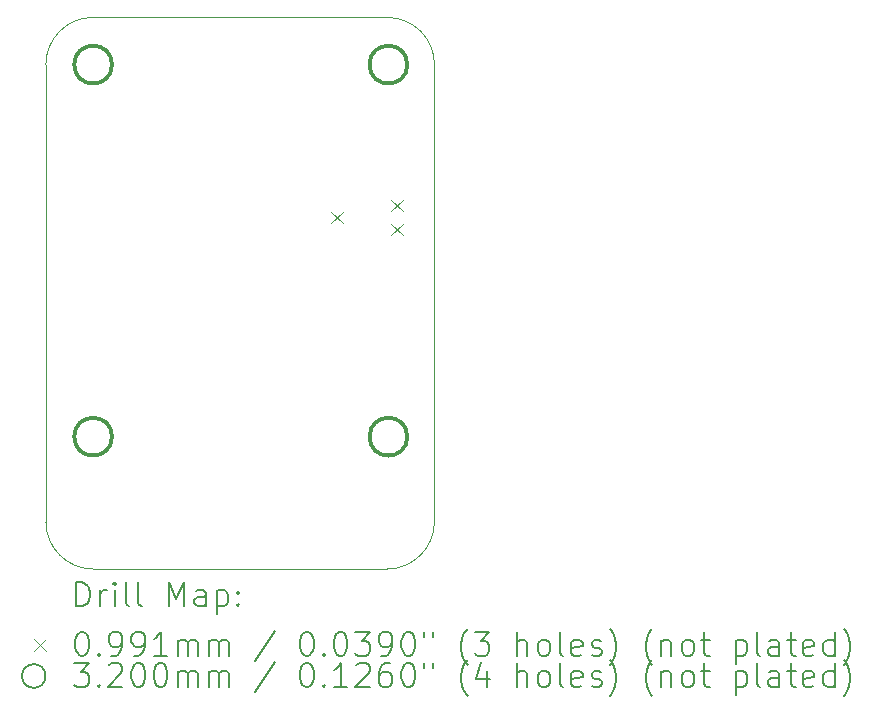
<source format=gbr>
%TF.GenerationSoftware,KiCad,Pcbnew,9.0.0*%
%TF.CreationDate,2025-04-04T13:21:31-07:00*%
%TF.ProjectId,SDM25_IMU_STM32,53444d32-355f-4494-9d55-5f53544d3332,rev?*%
%TF.SameCoordinates,Original*%
%TF.FileFunction,Drillmap*%
%TF.FilePolarity,Positive*%
%FSLAX45Y45*%
G04 Gerber Fmt 4.5, Leading zero omitted, Abs format (unit mm)*
G04 Created by KiCad (PCBNEW 9.0.0) date 2025-04-04 13:21:31*
%MOMM*%
%LPD*%
G01*
G04 APERTURE LIST*
%ADD10C,0.050000*%
%ADD11C,0.200000*%
%ADD12C,0.100000*%
%ADD13C,0.320000*%
G04 APERTURE END LIST*
D10*
X11190000Y-8100000D02*
G75*
G02*
X11590000Y-8500000I0J-400000D01*
G01*
X8700000Y-12770000D02*
G75*
G02*
X8300000Y-12370000I0J400000D01*
G01*
X8300000Y-12370000D02*
X8300000Y-8500000D01*
X8300000Y-8500000D02*
G75*
G02*
X8700000Y-8100000I400000J0D01*
G01*
X11590000Y-8500000D02*
X11590000Y-12370000D01*
X11590000Y-12370000D02*
G75*
G02*
X11190000Y-12770000I-400000J0D01*
G01*
X8700000Y-8100000D02*
X11190000Y-8100000D01*
X11190000Y-12770000D02*
X8700000Y-12770000D01*
D11*
D12*
X10712470Y-9743870D02*
X10811530Y-9842930D01*
X10811530Y-9743870D02*
X10712470Y-9842930D01*
X11220470Y-9642270D02*
X11319530Y-9741330D01*
X11319530Y-9642270D02*
X11220470Y-9741330D01*
X11220470Y-9845470D02*
X11319530Y-9944530D01*
X11319530Y-9845470D02*
X11220470Y-9944530D01*
D13*
X8860000Y-8500000D02*
G75*
G02*
X8540000Y-8500000I-160000J0D01*
G01*
X8540000Y-8500000D02*
G75*
G02*
X8860000Y-8500000I160000J0D01*
G01*
X8860000Y-11650000D02*
G75*
G02*
X8540000Y-11650000I-160000J0D01*
G01*
X8540000Y-11650000D02*
G75*
G02*
X8860000Y-11650000I160000J0D01*
G01*
X11360000Y-8500000D02*
G75*
G02*
X11040000Y-8500000I-160000J0D01*
G01*
X11040000Y-8500000D02*
G75*
G02*
X11360000Y-8500000I160000J0D01*
G01*
X11360000Y-11650000D02*
G75*
G02*
X11040000Y-11650000I-160000J0D01*
G01*
X11040000Y-11650000D02*
G75*
G02*
X11360000Y-11650000I160000J0D01*
G01*
D11*
X8558277Y-13083984D02*
X8558277Y-12883984D01*
X8558277Y-12883984D02*
X8605896Y-12883984D01*
X8605896Y-12883984D02*
X8634467Y-12893508D01*
X8634467Y-12893508D02*
X8653515Y-12912555D01*
X8653515Y-12912555D02*
X8663039Y-12931603D01*
X8663039Y-12931603D02*
X8672563Y-12969698D01*
X8672563Y-12969698D02*
X8672563Y-12998269D01*
X8672563Y-12998269D02*
X8663039Y-13036365D01*
X8663039Y-13036365D02*
X8653515Y-13055412D01*
X8653515Y-13055412D02*
X8634467Y-13074460D01*
X8634467Y-13074460D02*
X8605896Y-13083984D01*
X8605896Y-13083984D02*
X8558277Y-13083984D01*
X8758277Y-13083984D02*
X8758277Y-12950650D01*
X8758277Y-12988746D02*
X8767801Y-12969698D01*
X8767801Y-12969698D02*
X8777324Y-12960174D01*
X8777324Y-12960174D02*
X8796372Y-12950650D01*
X8796372Y-12950650D02*
X8815420Y-12950650D01*
X8882086Y-13083984D02*
X8882086Y-12950650D01*
X8882086Y-12883984D02*
X8872563Y-12893508D01*
X8872563Y-12893508D02*
X8882086Y-12903031D01*
X8882086Y-12903031D02*
X8891610Y-12893508D01*
X8891610Y-12893508D02*
X8882086Y-12883984D01*
X8882086Y-12883984D02*
X8882086Y-12903031D01*
X9005896Y-13083984D02*
X8986848Y-13074460D01*
X8986848Y-13074460D02*
X8977324Y-13055412D01*
X8977324Y-13055412D02*
X8977324Y-12883984D01*
X9110658Y-13083984D02*
X9091610Y-13074460D01*
X9091610Y-13074460D02*
X9082086Y-13055412D01*
X9082086Y-13055412D02*
X9082086Y-12883984D01*
X9339229Y-13083984D02*
X9339229Y-12883984D01*
X9339229Y-12883984D02*
X9405896Y-13026841D01*
X9405896Y-13026841D02*
X9472563Y-12883984D01*
X9472563Y-12883984D02*
X9472563Y-13083984D01*
X9653515Y-13083984D02*
X9653515Y-12979222D01*
X9653515Y-12979222D02*
X9643991Y-12960174D01*
X9643991Y-12960174D02*
X9624944Y-12950650D01*
X9624944Y-12950650D02*
X9586848Y-12950650D01*
X9586848Y-12950650D02*
X9567801Y-12960174D01*
X9653515Y-13074460D02*
X9634467Y-13083984D01*
X9634467Y-13083984D02*
X9586848Y-13083984D01*
X9586848Y-13083984D02*
X9567801Y-13074460D01*
X9567801Y-13074460D02*
X9558277Y-13055412D01*
X9558277Y-13055412D02*
X9558277Y-13036365D01*
X9558277Y-13036365D02*
X9567801Y-13017317D01*
X9567801Y-13017317D02*
X9586848Y-13007793D01*
X9586848Y-13007793D02*
X9634467Y-13007793D01*
X9634467Y-13007793D02*
X9653515Y-12998269D01*
X9748753Y-12950650D02*
X9748753Y-13150650D01*
X9748753Y-12960174D02*
X9767801Y-12950650D01*
X9767801Y-12950650D02*
X9805896Y-12950650D01*
X9805896Y-12950650D02*
X9824944Y-12960174D01*
X9824944Y-12960174D02*
X9834467Y-12969698D01*
X9834467Y-12969698D02*
X9843991Y-12988746D01*
X9843991Y-12988746D02*
X9843991Y-13045888D01*
X9843991Y-13045888D02*
X9834467Y-13064936D01*
X9834467Y-13064936D02*
X9824944Y-13074460D01*
X9824944Y-13074460D02*
X9805896Y-13083984D01*
X9805896Y-13083984D02*
X9767801Y-13083984D01*
X9767801Y-13083984D02*
X9748753Y-13074460D01*
X9929705Y-13064936D02*
X9939229Y-13074460D01*
X9939229Y-13074460D02*
X9929705Y-13083984D01*
X9929705Y-13083984D02*
X9920182Y-13074460D01*
X9920182Y-13074460D02*
X9929705Y-13064936D01*
X9929705Y-13064936D02*
X9929705Y-13083984D01*
X9929705Y-12960174D02*
X9939229Y-12969698D01*
X9939229Y-12969698D02*
X9929705Y-12979222D01*
X9929705Y-12979222D02*
X9920182Y-12969698D01*
X9920182Y-12969698D02*
X9929705Y-12960174D01*
X9929705Y-12960174D02*
X9929705Y-12979222D01*
D12*
X8198440Y-13362970D02*
X8297500Y-13462030D01*
X8297500Y-13362970D02*
X8198440Y-13462030D01*
D11*
X8596372Y-13303984D02*
X8615420Y-13303984D01*
X8615420Y-13303984D02*
X8634467Y-13313508D01*
X8634467Y-13313508D02*
X8643991Y-13323031D01*
X8643991Y-13323031D02*
X8653515Y-13342079D01*
X8653515Y-13342079D02*
X8663039Y-13380174D01*
X8663039Y-13380174D02*
X8663039Y-13427793D01*
X8663039Y-13427793D02*
X8653515Y-13465888D01*
X8653515Y-13465888D02*
X8643991Y-13484936D01*
X8643991Y-13484936D02*
X8634467Y-13494460D01*
X8634467Y-13494460D02*
X8615420Y-13503984D01*
X8615420Y-13503984D02*
X8596372Y-13503984D01*
X8596372Y-13503984D02*
X8577324Y-13494460D01*
X8577324Y-13494460D02*
X8567801Y-13484936D01*
X8567801Y-13484936D02*
X8558277Y-13465888D01*
X8558277Y-13465888D02*
X8548753Y-13427793D01*
X8548753Y-13427793D02*
X8548753Y-13380174D01*
X8548753Y-13380174D02*
X8558277Y-13342079D01*
X8558277Y-13342079D02*
X8567801Y-13323031D01*
X8567801Y-13323031D02*
X8577324Y-13313508D01*
X8577324Y-13313508D02*
X8596372Y-13303984D01*
X8748753Y-13484936D02*
X8758277Y-13494460D01*
X8758277Y-13494460D02*
X8748753Y-13503984D01*
X8748753Y-13503984D02*
X8739229Y-13494460D01*
X8739229Y-13494460D02*
X8748753Y-13484936D01*
X8748753Y-13484936D02*
X8748753Y-13503984D01*
X8853515Y-13503984D02*
X8891610Y-13503984D01*
X8891610Y-13503984D02*
X8910658Y-13494460D01*
X8910658Y-13494460D02*
X8920182Y-13484936D01*
X8920182Y-13484936D02*
X8939229Y-13456365D01*
X8939229Y-13456365D02*
X8948753Y-13418269D01*
X8948753Y-13418269D02*
X8948753Y-13342079D01*
X8948753Y-13342079D02*
X8939229Y-13323031D01*
X8939229Y-13323031D02*
X8929705Y-13313508D01*
X8929705Y-13313508D02*
X8910658Y-13303984D01*
X8910658Y-13303984D02*
X8872563Y-13303984D01*
X8872563Y-13303984D02*
X8853515Y-13313508D01*
X8853515Y-13313508D02*
X8843991Y-13323031D01*
X8843991Y-13323031D02*
X8834467Y-13342079D01*
X8834467Y-13342079D02*
X8834467Y-13389698D01*
X8834467Y-13389698D02*
X8843991Y-13408746D01*
X8843991Y-13408746D02*
X8853515Y-13418269D01*
X8853515Y-13418269D02*
X8872563Y-13427793D01*
X8872563Y-13427793D02*
X8910658Y-13427793D01*
X8910658Y-13427793D02*
X8929705Y-13418269D01*
X8929705Y-13418269D02*
X8939229Y-13408746D01*
X8939229Y-13408746D02*
X8948753Y-13389698D01*
X9043991Y-13503984D02*
X9082086Y-13503984D01*
X9082086Y-13503984D02*
X9101134Y-13494460D01*
X9101134Y-13494460D02*
X9110658Y-13484936D01*
X9110658Y-13484936D02*
X9129705Y-13456365D01*
X9129705Y-13456365D02*
X9139229Y-13418269D01*
X9139229Y-13418269D02*
X9139229Y-13342079D01*
X9139229Y-13342079D02*
X9129705Y-13323031D01*
X9129705Y-13323031D02*
X9120182Y-13313508D01*
X9120182Y-13313508D02*
X9101134Y-13303984D01*
X9101134Y-13303984D02*
X9063039Y-13303984D01*
X9063039Y-13303984D02*
X9043991Y-13313508D01*
X9043991Y-13313508D02*
X9034467Y-13323031D01*
X9034467Y-13323031D02*
X9024944Y-13342079D01*
X9024944Y-13342079D02*
X9024944Y-13389698D01*
X9024944Y-13389698D02*
X9034467Y-13408746D01*
X9034467Y-13408746D02*
X9043991Y-13418269D01*
X9043991Y-13418269D02*
X9063039Y-13427793D01*
X9063039Y-13427793D02*
X9101134Y-13427793D01*
X9101134Y-13427793D02*
X9120182Y-13418269D01*
X9120182Y-13418269D02*
X9129705Y-13408746D01*
X9129705Y-13408746D02*
X9139229Y-13389698D01*
X9329705Y-13503984D02*
X9215420Y-13503984D01*
X9272563Y-13503984D02*
X9272563Y-13303984D01*
X9272563Y-13303984D02*
X9253515Y-13332555D01*
X9253515Y-13332555D02*
X9234467Y-13351603D01*
X9234467Y-13351603D02*
X9215420Y-13361127D01*
X9415420Y-13503984D02*
X9415420Y-13370650D01*
X9415420Y-13389698D02*
X9424944Y-13380174D01*
X9424944Y-13380174D02*
X9443991Y-13370650D01*
X9443991Y-13370650D02*
X9472563Y-13370650D01*
X9472563Y-13370650D02*
X9491610Y-13380174D01*
X9491610Y-13380174D02*
X9501134Y-13399222D01*
X9501134Y-13399222D02*
X9501134Y-13503984D01*
X9501134Y-13399222D02*
X9510658Y-13380174D01*
X9510658Y-13380174D02*
X9529705Y-13370650D01*
X9529705Y-13370650D02*
X9558277Y-13370650D01*
X9558277Y-13370650D02*
X9577325Y-13380174D01*
X9577325Y-13380174D02*
X9586848Y-13399222D01*
X9586848Y-13399222D02*
X9586848Y-13503984D01*
X9682086Y-13503984D02*
X9682086Y-13370650D01*
X9682086Y-13389698D02*
X9691610Y-13380174D01*
X9691610Y-13380174D02*
X9710658Y-13370650D01*
X9710658Y-13370650D02*
X9739229Y-13370650D01*
X9739229Y-13370650D02*
X9758277Y-13380174D01*
X9758277Y-13380174D02*
X9767801Y-13399222D01*
X9767801Y-13399222D02*
X9767801Y-13503984D01*
X9767801Y-13399222D02*
X9777325Y-13380174D01*
X9777325Y-13380174D02*
X9796372Y-13370650D01*
X9796372Y-13370650D02*
X9824944Y-13370650D01*
X9824944Y-13370650D02*
X9843991Y-13380174D01*
X9843991Y-13380174D02*
X9853515Y-13399222D01*
X9853515Y-13399222D02*
X9853515Y-13503984D01*
X10243991Y-13294460D02*
X10072563Y-13551603D01*
X10501134Y-13303984D02*
X10520182Y-13303984D01*
X10520182Y-13303984D02*
X10539229Y-13313508D01*
X10539229Y-13313508D02*
X10548753Y-13323031D01*
X10548753Y-13323031D02*
X10558277Y-13342079D01*
X10558277Y-13342079D02*
X10567801Y-13380174D01*
X10567801Y-13380174D02*
X10567801Y-13427793D01*
X10567801Y-13427793D02*
X10558277Y-13465888D01*
X10558277Y-13465888D02*
X10548753Y-13484936D01*
X10548753Y-13484936D02*
X10539229Y-13494460D01*
X10539229Y-13494460D02*
X10520182Y-13503984D01*
X10520182Y-13503984D02*
X10501134Y-13503984D01*
X10501134Y-13503984D02*
X10482087Y-13494460D01*
X10482087Y-13494460D02*
X10472563Y-13484936D01*
X10472563Y-13484936D02*
X10463039Y-13465888D01*
X10463039Y-13465888D02*
X10453515Y-13427793D01*
X10453515Y-13427793D02*
X10453515Y-13380174D01*
X10453515Y-13380174D02*
X10463039Y-13342079D01*
X10463039Y-13342079D02*
X10472563Y-13323031D01*
X10472563Y-13323031D02*
X10482087Y-13313508D01*
X10482087Y-13313508D02*
X10501134Y-13303984D01*
X10653515Y-13484936D02*
X10663039Y-13494460D01*
X10663039Y-13494460D02*
X10653515Y-13503984D01*
X10653515Y-13503984D02*
X10643991Y-13494460D01*
X10643991Y-13494460D02*
X10653515Y-13484936D01*
X10653515Y-13484936D02*
X10653515Y-13503984D01*
X10786848Y-13303984D02*
X10805896Y-13303984D01*
X10805896Y-13303984D02*
X10824944Y-13313508D01*
X10824944Y-13313508D02*
X10834468Y-13323031D01*
X10834468Y-13323031D02*
X10843991Y-13342079D01*
X10843991Y-13342079D02*
X10853515Y-13380174D01*
X10853515Y-13380174D02*
X10853515Y-13427793D01*
X10853515Y-13427793D02*
X10843991Y-13465888D01*
X10843991Y-13465888D02*
X10834468Y-13484936D01*
X10834468Y-13484936D02*
X10824944Y-13494460D01*
X10824944Y-13494460D02*
X10805896Y-13503984D01*
X10805896Y-13503984D02*
X10786848Y-13503984D01*
X10786848Y-13503984D02*
X10767801Y-13494460D01*
X10767801Y-13494460D02*
X10758277Y-13484936D01*
X10758277Y-13484936D02*
X10748753Y-13465888D01*
X10748753Y-13465888D02*
X10739229Y-13427793D01*
X10739229Y-13427793D02*
X10739229Y-13380174D01*
X10739229Y-13380174D02*
X10748753Y-13342079D01*
X10748753Y-13342079D02*
X10758277Y-13323031D01*
X10758277Y-13323031D02*
X10767801Y-13313508D01*
X10767801Y-13313508D02*
X10786848Y-13303984D01*
X10920182Y-13303984D02*
X11043991Y-13303984D01*
X11043991Y-13303984D02*
X10977325Y-13380174D01*
X10977325Y-13380174D02*
X11005896Y-13380174D01*
X11005896Y-13380174D02*
X11024944Y-13389698D01*
X11024944Y-13389698D02*
X11034468Y-13399222D01*
X11034468Y-13399222D02*
X11043991Y-13418269D01*
X11043991Y-13418269D02*
X11043991Y-13465888D01*
X11043991Y-13465888D02*
X11034468Y-13484936D01*
X11034468Y-13484936D02*
X11024944Y-13494460D01*
X11024944Y-13494460D02*
X11005896Y-13503984D01*
X11005896Y-13503984D02*
X10948753Y-13503984D01*
X10948753Y-13503984D02*
X10929706Y-13494460D01*
X10929706Y-13494460D02*
X10920182Y-13484936D01*
X11139229Y-13503984D02*
X11177325Y-13503984D01*
X11177325Y-13503984D02*
X11196372Y-13494460D01*
X11196372Y-13494460D02*
X11205896Y-13484936D01*
X11205896Y-13484936D02*
X11224944Y-13456365D01*
X11224944Y-13456365D02*
X11234467Y-13418269D01*
X11234467Y-13418269D02*
X11234467Y-13342079D01*
X11234467Y-13342079D02*
X11224944Y-13323031D01*
X11224944Y-13323031D02*
X11215420Y-13313508D01*
X11215420Y-13313508D02*
X11196372Y-13303984D01*
X11196372Y-13303984D02*
X11158277Y-13303984D01*
X11158277Y-13303984D02*
X11139229Y-13313508D01*
X11139229Y-13313508D02*
X11129706Y-13323031D01*
X11129706Y-13323031D02*
X11120182Y-13342079D01*
X11120182Y-13342079D02*
X11120182Y-13389698D01*
X11120182Y-13389698D02*
X11129706Y-13408746D01*
X11129706Y-13408746D02*
X11139229Y-13418269D01*
X11139229Y-13418269D02*
X11158277Y-13427793D01*
X11158277Y-13427793D02*
X11196372Y-13427793D01*
X11196372Y-13427793D02*
X11215420Y-13418269D01*
X11215420Y-13418269D02*
X11224944Y-13408746D01*
X11224944Y-13408746D02*
X11234467Y-13389698D01*
X11358277Y-13303984D02*
X11377325Y-13303984D01*
X11377325Y-13303984D02*
X11396372Y-13313508D01*
X11396372Y-13313508D02*
X11405896Y-13323031D01*
X11405896Y-13323031D02*
X11415420Y-13342079D01*
X11415420Y-13342079D02*
X11424944Y-13380174D01*
X11424944Y-13380174D02*
X11424944Y-13427793D01*
X11424944Y-13427793D02*
X11415420Y-13465888D01*
X11415420Y-13465888D02*
X11405896Y-13484936D01*
X11405896Y-13484936D02*
X11396372Y-13494460D01*
X11396372Y-13494460D02*
X11377325Y-13503984D01*
X11377325Y-13503984D02*
X11358277Y-13503984D01*
X11358277Y-13503984D02*
X11339229Y-13494460D01*
X11339229Y-13494460D02*
X11329706Y-13484936D01*
X11329706Y-13484936D02*
X11320182Y-13465888D01*
X11320182Y-13465888D02*
X11310658Y-13427793D01*
X11310658Y-13427793D02*
X11310658Y-13380174D01*
X11310658Y-13380174D02*
X11320182Y-13342079D01*
X11320182Y-13342079D02*
X11329706Y-13323031D01*
X11329706Y-13323031D02*
X11339229Y-13313508D01*
X11339229Y-13313508D02*
X11358277Y-13303984D01*
X11501134Y-13303984D02*
X11501134Y-13342079D01*
X11577325Y-13303984D02*
X11577325Y-13342079D01*
X11872563Y-13580174D02*
X11863039Y-13570650D01*
X11863039Y-13570650D02*
X11843991Y-13542079D01*
X11843991Y-13542079D02*
X11834468Y-13523031D01*
X11834468Y-13523031D02*
X11824944Y-13494460D01*
X11824944Y-13494460D02*
X11815420Y-13446841D01*
X11815420Y-13446841D02*
X11815420Y-13408746D01*
X11815420Y-13408746D02*
X11824944Y-13361127D01*
X11824944Y-13361127D02*
X11834468Y-13332555D01*
X11834468Y-13332555D02*
X11843991Y-13313508D01*
X11843991Y-13313508D02*
X11863039Y-13284936D01*
X11863039Y-13284936D02*
X11872563Y-13275412D01*
X11929706Y-13303984D02*
X12053515Y-13303984D01*
X12053515Y-13303984D02*
X11986848Y-13380174D01*
X11986848Y-13380174D02*
X12015420Y-13380174D01*
X12015420Y-13380174D02*
X12034468Y-13389698D01*
X12034468Y-13389698D02*
X12043991Y-13399222D01*
X12043991Y-13399222D02*
X12053515Y-13418269D01*
X12053515Y-13418269D02*
X12053515Y-13465888D01*
X12053515Y-13465888D02*
X12043991Y-13484936D01*
X12043991Y-13484936D02*
X12034468Y-13494460D01*
X12034468Y-13494460D02*
X12015420Y-13503984D01*
X12015420Y-13503984D02*
X11958277Y-13503984D01*
X11958277Y-13503984D02*
X11939229Y-13494460D01*
X11939229Y-13494460D02*
X11929706Y-13484936D01*
X12291610Y-13503984D02*
X12291610Y-13303984D01*
X12377325Y-13503984D02*
X12377325Y-13399222D01*
X12377325Y-13399222D02*
X12367801Y-13380174D01*
X12367801Y-13380174D02*
X12348753Y-13370650D01*
X12348753Y-13370650D02*
X12320182Y-13370650D01*
X12320182Y-13370650D02*
X12301134Y-13380174D01*
X12301134Y-13380174D02*
X12291610Y-13389698D01*
X12501134Y-13503984D02*
X12482087Y-13494460D01*
X12482087Y-13494460D02*
X12472563Y-13484936D01*
X12472563Y-13484936D02*
X12463039Y-13465888D01*
X12463039Y-13465888D02*
X12463039Y-13408746D01*
X12463039Y-13408746D02*
X12472563Y-13389698D01*
X12472563Y-13389698D02*
X12482087Y-13380174D01*
X12482087Y-13380174D02*
X12501134Y-13370650D01*
X12501134Y-13370650D02*
X12529706Y-13370650D01*
X12529706Y-13370650D02*
X12548753Y-13380174D01*
X12548753Y-13380174D02*
X12558277Y-13389698D01*
X12558277Y-13389698D02*
X12567801Y-13408746D01*
X12567801Y-13408746D02*
X12567801Y-13465888D01*
X12567801Y-13465888D02*
X12558277Y-13484936D01*
X12558277Y-13484936D02*
X12548753Y-13494460D01*
X12548753Y-13494460D02*
X12529706Y-13503984D01*
X12529706Y-13503984D02*
X12501134Y-13503984D01*
X12682087Y-13503984D02*
X12663039Y-13494460D01*
X12663039Y-13494460D02*
X12653515Y-13475412D01*
X12653515Y-13475412D02*
X12653515Y-13303984D01*
X12834468Y-13494460D02*
X12815420Y-13503984D01*
X12815420Y-13503984D02*
X12777325Y-13503984D01*
X12777325Y-13503984D02*
X12758277Y-13494460D01*
X12758277Y-13494460D02*
X12748753Y-13475412D01*
X12748753Y-13475412D02*
X12748753Y-13399222D01*
X12748753Y-13399222D02*
X12758277Y-13380174D01*
X12758277Y-13380174D02*
X12777325Y-13370650D01*
X12777325Y-13370650D02*
X12815420Y-13370650D01*
X12815420Y-13370650D02*
X12834468Y-13380174D01*
X12834468Y-13380174D02*
X12843991Y-13399222D01*
X12843991Y-13399222D02*
X12843991Y-13418269D01*
X12843991Y-13418269D02*
X12748753Y-13437317D01*
X12920182Y-13494460D02*
X12939230Y-13503984D01*
X12939230Y-13503984D02*
X12977325Y-13503984D01*
X12977325Y-13503984D02*
X12996372Y-13494460D01*
X12996372Y-13494460D02*
X13005896Y-13475412D01*
X13005896Y-13475412D02*
X13005896Y-13465888D01*
X13005896Y-13465888D02*
X12996372Y-13446841D01*
X12996372Y-13446841D02*
X12977325Y-13437317D01*
X12977325Y-13437317D02*
X12948753Y-13437317D01*
X12948753Y-13437317D02*
X12929706Y-13427793D01*
X12929706Y-13427793D02*
X12920182Y-13408746D01*
X12920182Y-13408746D02*
X12920182Y-13399222D01*
X12920182Y-13399222D02*
X12929706Y-13380174D01*
X12929706Y-13380174D02*
X12948753Y-13370650D01*
X12948753Y-13370650D02*
X12977325Y-13370650D01*
X12977325Y-13370650D02*
X12996372Y-13380174D01*
X13072563Y-13580174D02*
X13082087Y-13570650D01*
X13082087Y-13570650D02*
X13101134Y-13542079D01*
X13101134Y-13542079D02*
X13110658Y-13523031D01*
X13110658Y-13523031D02*
X13120182Y-13494460D01*
X13120182Y-13494460D02*
X13129706Y-13446841D01*
X13129706Y-13446841D02*
X13129706Y-13408746D01*
X13129706Y-13408746D02*
X13120182Y-13361127D01*
X13120182Y-13361127D02*
X13110658Y-13332555D01*
X13110658Y-13332555D02*
X13101134Y-13313508D01*
X13101134Y-13313508D02*
X13082087Y-13284936D01*
X13082087Y-13284936D02*
X13072563Y-13275412D01*
X13434468Y-13580174D02*
X13424944Y-13570650D01*
X13424944Y-13570650D02*
X13405896Y-13542079D01*
X13405896Y-13542079D02*
X13396372Y-13523031D01*
X13396372Y-13523031D02*
X13386849Y-13494460D01*
X13386849Y-13494460D02*
X13377325Y-13446841D01*
X13377325Y-13446841D02*
X13377325Y-13408746D01*
X13377325Y-13408746D02*
X13386849Y-13361127D01*
X13386849Y-13361127D02*
X13396372Y-13332555D01*
X13396372Y-13332555D02*
X13405896Y-13313508D01*
X13405896Y-13313508D02*
X13424944Y-13284936D01*
X13424944Y-13284936D02*
X13434468Y-13275412D01*
X13510658Y-13370650D02*
X13510658Y-13503984D01*
X13510658Y-13389698D02*
X13520182Y-13380174D01*
X13520182Y-13380174D02*
X13539230Y-13370650D01*
X13539230Y-13370650D02*
X13567801Y-13370650D01*
X13567801Y-13370650D02*
X13586849Y-13380174D01*
X13586849Y-13380174D02*
X13596372Y-13399222D01*
X13596372Y-13399222D02*
X13596372Y-13503984D01*
X13720182Y-13503984D02*
X13701134Y-13494460D01*
X13701134Y-13494460D02*
X13691611Y-13484936D01*
X13691611Y-13484936D02*
X13682087Y-13465888D01*
X13682087Y-13465888D02*
X13682087Y-13408746D01*
X13682087Y-13408746D02*
X13691611Y-13389698D01*
X13691611Y-13389698D02*
X13701134Y-13380174D01*
X13701134Y-13380174D02*
X13720182Y-13370650D01*
X13720182Y-13370650D02*
X13748753Y-13370650D01*
X13748753Y-13370650D02*
X13767801Y-13380174D01*
X13767801Y-13380174D02*
X13777325Y-13389698D01*
X13777325Y-13389698D02*
X13786849Y-13408746D01*
X13786849Y-13408746D02*
X13786849Y-13465888D01*
X13786849Y-13465888D02*
X13777325Y-13484936D01*
X13777325Y-13484936D02*
X13767801Y-13494460D01*
X13767801Y-13494460D02*
X13748753Y-13503984D01*
X13748753Y-13503984D02*
X13720182Y-13503984D01*
X13843992Y-13370650D02*
X13920182Y-13370650D01*
X13872563Y-13303984D02*
X13872563Y-13475412D01*
X13872563Y-13475412D02*
X13882087Y-13494460D01*
X13882087Y-13494460D02*
X13901134Y-13503984D01*
X13901134Y-13503984D02*
X13920182Y-13503984D01*
X14139230Y-13370650D02*
X14139230Y-13570650D01*
X14139230Y-13380174D02*
X14158277Y-13370650D01*
X14158277Y-13370650D02*
X14196373Y-13370650D01*
X14196373Y-13370650D02*
X14215420Y-13380174D01*
X14215420Y-13380174D02*
X14224944Y-13389698D01*
X14224944Y-13389698D02*
X14234468Y-13408746D01*
X14234468Y-13408746D02*
X14234468Y-13465888D01*
X14234468Y-13465888D02*
X14224944Y-13484936D01*
X14224944Y-13484936D02*
X14215420Y-13494460D01*
X14215420Y-13494460D02*
X14196373Y-13503984D01*
X14196373Y-13503984D02*
X14158277Y-13503984D01*
X14158277Y-13503984D02*
X14139230Y-13494460D01*
X14348753Y-13503984D02*
X14329706Y-13494460D01*
X14329706Y-13494460D02*
X14320182Y-13475412D01*
X14320182Y-13475412D02*
X14320182Y-13303984D01*
X14510658Y-13503984D02*
X14510658Y-13399222D01*
X14510658Y-13399222D02*
X14501134Y-13380174D01*
X14501134Y-13380174D02*
X14482087Y-13370650D01*
X14482087Y-13370650D02*
X14443992Y-13370650D01*
X14443992Y-13370650D02*
X14424944Y-13380174D01*
X14510658Y-13494460D02*
X14491611Y-13503984D01*
X14491611Y-13503984D02*
X14443992Y-13503984D01*
X14443992Y-13503984D02*
X14424944Y-13494460D01*
X14424944Y-13494460D02*
X14415420Y-13475412D01*
X14415420Y-13475412D02*
X14415420Y-13456365D01*
X14415420Y-13456365D02*
X14424944Y-13437317D01*
X14424944Y-13437317D02*
X14443992Y-13427793D01*
X14443992Y-13427793D02*
X14491611Y-13427793D01*
X14491611Y-13427793D02*
X14510658Y-13418269D01*
X14577325Y-13370650D02*
X14653515Y-13370650D01*
X14605896Y-13303984D02*
X14605896Y-13475412D01*
X14605896Y-13475412D02*
X14615420Y-13494460D01*
X14615420Y-13494460D02*
X14634468Y-13503984D01*
X14634468Y-13503984D02*
X14653515Y-13503984D01*
X14796373Y-13494460D02*
X14777325Y-13503984D01*
X14777325Y-13503984D02*
X14739230Y-13503984D01*
X14739230Y-13503984D02*
X14720182Y-13494460D01*
X14720182Y-13494460D02*
X14710658Y-13475412D01*
X14710658Y-13475412D02*
X14710658Y-13399222D01*
X14710658Y-13399222D02*
X14720182Y-13380174D01*
X14720182Y-13380174D02*
X14739230Y-13370650D01*
X14739230Y-13370650D02*
X14777325Y-13370650D01*
X14777325Y-13370650D02*
X14796373Y-13380174D01*
X14796373Y-13380174D02*
X14805896Y-13399222D01*
X14805896Y-13399222D02*
X14805896Y-13418269D01*
X14805896Y-13418269D02*
X14710658Y-13437317D01*
X14977325Y-13503984D02*
X14977325Y-13303984D01*
X14977325Y-13494460D02*
X14958277Y-13503984D01*
X14958277Y-13503984D02*
X14920182Y-13503984D01*
X14920182Y-13503984D02*
X14901134Y-13494460D01*
X14901134Y-13494460D02*
X14891611Y-13484936D01*
X14891611Y-13484936D02*
X14882087Y-13465888D01*
X14882087Y-13465888D02*
X14882087Y-13408746D01*
X14882087Y-13408746D02*
X14891611Y-13389698D01*
X14891611Y-13389698D02*
X14901134Y-13380174D01*
X14901134Y-13380174D02*
X14920182Y-13370650D01*
X14920182Y-13370650D02*
X14958277Y-13370650D01*
X14958277Y-13370650D02*
X14977325Y-13380174D01*
X15053515Y-13580174D02*
X15063039Y-13570650D01*
X15063039Y-13570650D02*
X15082087Y-13542079D01*
X15082087Y-13542079D02*
X15091611Y-13523031D01*
X15091611Y-13523031D02*
X15101134Y-13494460D01*
X15101134Y-13494460D02*
X15110658Y-13446841D01*
X15110658Y-13446841D02*
X15110658Y-13408746D01*
X15110658Y-13408746D02*
X15101134Y-13361127D01*
X15101134Y-13361127D02*
X15091611Y-13332555D01*
X15091611Y-13332555D02*
X15082087Y-13313508D01*
X15082087Y-13313508D02*
X15063039Y-13284936D01*
X15063039Y-13284936D02*
X15053515Y-13275412D01*
X8297500Y-13676500D02*
G75*
G02*
X8097500Y-13676500I-100000J0D01*
G01*
X8097500Y-13676500D02*
G75*
G02*
X8297500Y-13676500I100000J0D01*
G01*
X8539229Y-13567984D02*
X8663039Y-13567984D01*
X8663039Y-13567984D02*
X8596372Y-13644174D01*
X8596372Y-13644174D02*
X8624944Y-13644174D01*
X8624944Y-13644174D02*
X8643991Y-13653698D01*
X8643991Y-13653698D02*
X8653515Y-13663222D01*
X8653515Y-13663222D02*
X8663039Y-13682269D01*
X8663039Y-13682269D02*
X8663039Y-13729888D01*
X8663039Y-13729888D02*
X8653515Y-13748936D01*
X8653515Y-13748936D02*
X8643991Y-13758460D01*
X8643991Y-13758460D02*
X8624944Y-13767984D01*
X8624944Y-13767984D02*
X8567801Y-13767984D01*
X8567801Y-13767984D02*
X8548753Y-13758460D01*
X8548753Y-13758460D02*
X8539229Y-13748936D01*
X8748753Y-13748936D02*
X8758277Y-13758460D01*
X8758277Y-13758460D02*
X8748753Y-13767984D01*
X8748753Y-13767984D02*
X8739229Y-13758460D01*
X8739229Y-13758460D02*
X8748753Y-13748936D01*
X8748753Y-13748936D02*
X8748753Y-13767984D01*
X8834467Y-13587031D02*
X8843991Y-13577508D01*
X8843991Y-13577508D02*
X8863039Y-13567984D01*
X8863039Y-13567984D02*
X8910658Y-13567984D01*
X8910658Y-13567984D02*
X8929705Y-13577508D01*
X8929705Y-13577508D02*
X8939229Y-13587031D01*
X8939229Y-13587031D02*
X8948753Y-13606079D01*
X8948753Y-13606079D02*
X8948753Y-13625127D01*
X8948753Y-13625127D02*
X8939229Y-13653698D01*
X8939229Y-13653698D02*
X8824944Y-13767984D01*
X8824944Y-13767984D02*
X8948753Y-13767984D01*
X9072563Y-13567984D02*
X9091610Y-13567984D01*
X9091610Y-13567984D02*
X9110658Y-13577508D01*
X9110658Y-13577508D02*
X9120182Y-13587031D01*
X9120182Y-13587031D02*
X9129705Y-13606079D01*
X9129705Y-13606079D02*
X9139229Y-13644174D01*
X9139229Y-13644174D02*
X9139229Y-13691793D01*
X9139229Y-13691793D02*
X9129705Y-13729888D01*
X9129705Y-13729888D02*
X9120182Y-13748936D01*
X9120182Y-13748936D02*
X9110658Y-13758460D01*
X9110658Y-13758460D02*
X9091610Y-13767984D01*
X9091610Y-13767984D02*
X9072563Y-13767984D01*
X9072563Y-13767984D02*
X9053515Y-13758460D01*
X9053515Y-13758460D02*
X9043991Y-13748936D01*
X9043991Y-13748936D02*
X9034467Y-13729888D01*
X9034467Y-13729888D02*
X9024944Y-13691793D01*
X9024944Y-13691793D02*
X9024944Y-13644174D01*
X9024944Y-13644174D02*
X9034467Y-13606079D01*
X9034467Y-13606079D02*
X9043991Y-13587031D01*
X9043991Y-13587031D02*
X9053515Y-13577508D01*
X9053515Y-13577508D02*
X9072563Y-13567984D01*
X9263039Y-13567984D02*
X9282086Y-13567984D01*
X9282086Y-13567984D02*
X9301134Y-13577508D01*
X9301134Y-13577508D02*
X9310658Y-13587031D01*
X9310658Y-13587031D02*
X9320182Y-13606079D01*
X9320182Y-13606079D02*
X9329705Y-13644174D01*
X9329705Y-13644174D02*
X9329705Y-13691793D01*
X9329705Y-13691793D02*
X9320182Y-13729888D01*
X9320182Y-13729888D02*
X9310658Y-13748936D01*
X9310658Y-13748936D02*
X9301134Y-13758460D01*
X9301134Y-13758460D02*
X9282086Y-13767984D01*
X9282086Y-13767984D02*
X9263039Y-13767984D01*
X9263039Y-13767984D02*
X9243991Y-13758460D01*
X9243991Y-13758460D02*
X9234467Y-13748936D01*
X9234467Y-13748936D02*
X9224944Y-13729888D01*
X9224944Y-13729888D02*
X9215420Y-13691793D01*
X9215420Y-13691793D02*
X9215420Y-13644174D01*
X9215420Y-13644174D02*
X9224944Y-13606079D01*
X9224944Y-13606079D02*
X9234467Y-13587031D01*
X9234467Y-13587031D02*
X9243991Y-13577508D01*
X9243991Y-13577508D02*
X9263039Y-13567984D01*
X9415420Y-13767984D02*
X9415420Y-13634650D01*
X9415420Y-13653698D02*
X9424944Y-13644174D01*
X9424944Y-13644174D02*
X9443991Y-13634650D01*
X9443991Y-13634650D02*
X9472563Y-13634650D01*
X9472563Y-13634650D02*
X9491610Y-13644174D01*
X9491610Y-13644174D02*
X9501134Y-13663222D01*
X9501134Y-13663222D02*
X9501134Y-13767984D01*
X9501134Y-13663222D02*
X9510658Y-13644174D01*
X9510658Y-13644174D02*
X9529705Y-13634650D01*
X9529705Y-13634650D02*
X9558277Y-13634650D01*
X9558277Y-13634650D02*
X9577325Y-13644174D01*
X9577325Y-13644174D02*
X9586848Y-13663222D01*
X9586848Y-13663222D02*
X9586848Y-13767984D01*
X9682086Y-13767984D02*
X9682086Y-13634650D01*
X9682086Y-13653698D02*
X9691610Y-13644174D01*
X9691610Y-13644174D02*
X9710658Y-13634650D01*
X9710658Y-13634650D02*
X9739229Y-13634650D01*
X9739229Y-13634650D02*
X9758277Y-13644174D01*
X9758277Y-13644174D02*
X9767801Y-13663222D01*
X9767801Y-13663222D02*
X9767801Y-13767984D01*
X9767801Y-13663222D02*
X9777325Y-13644174D01*
X9777325Y-13644174D02*
X9796372Y-13634650D01*
X9796372Y-13634650D02*
X9824944Y-13634650D01*
X9824944Y-13634650D02*
X9843991Y-13644174D01*
X9843991Y-13644174D02*
X9853515Y-13663222D01*
X9853515Y-13663222D02*
X9853515Y-13767984D01*
X10243991Y-13558460D02*
X10072563Y-13815603D01*
X10501134Y-13567984D02*
X10520182Y-13567984D01*
X10520182Y-13567984D02*
X10539229Y-13577508D01*
X10539229Y-13577508D02*
X10548753Y-13587031D01*
X10548753Y-13587031D02*
X10558277Y-13606079D01*
X10558277Y-13606079D02*
X10567801Y-13644174D01*
X10567801Y-13644174D02*
X10567801Y-13691793D01*
X10567801Y-13691793D02*
X10558277Y-13729888D01*
X10558277Y-13729888D02*
X10548753Y-13748936D01*
X10548753Y-13748936D02*
X10539229Y-13758460D01*
X10539229Y-13758460D02*
X10520182Y-13767984D01*
X10520182Y-13767984D02*
X10501134Y-13767984D01*
X10501134Y-13767984D02*
X10482087Y-13758460D01*
X10482087Y-13758460D02*
X10472563Y-13748936D01*
X10472563Y-13748936D02*
X10463039Y-13729888D01*
X10463039Y-13729888D02*
X10453515Y-13691793D01*
X10453515Y-13691793D02*
X10453515Y-13644174D01*
X10453515Y-13644174D02*
X10463039Y-13606079D01*
X10463039Y-13606079D02*
X10472563Y-13587031D01*
X10472563Y-13587031D02*
X10482087Y-13577508D01*
X10482087Y-13577508D02*
X10501134Y-13567984D01*
X10653515Y-13748936D02*
X10663039Y-13758460D01*
X10663039Y-13758460D02*
X10653515Y-13767984D01*
X10653515Y-13767984D02*
X10643991Y-13758460D01*
X10643991Y-13758460D02*
X10653515Y-13748936D01*
X10653515Y-13748936D02*
X10653515Y-13767984D01*
X10853515Y-13767984D02*
X10739229Y-13767984D01*
X10796372Y-13767984D02*
X10796372Y-13567984D01*
X10796372Y-13567984D02*
X10777325Y-13596555D01*
X10777325Y-13596555D02*
X10758277Y-13615603D01*
X10758277Y-13615603D02*
X10739229Y-13625127D01*
X10929706Y-13587031D02*
X10939229Y-13577508D01*
X10939229Y-13577508D02*
X10958277Y-13567984D01*
X10958277Y-13567984D02*
X11005896Y-13567984D01*
X11005896Y-13567984D02*
X11024944Y-13577508D01*
X11024944Y-13577508D02*
X11034468Y-13587031D01*
X11034468Y-13587031D02*
X11043991Y-13606079D01*
X11043991Y-13606079D02*
X11043991Y-13625127D01*
X11043991Y-13625127D02*
X11034468Y-13653698D01*
X11034468Y-13653698D02*
X10920182Y-13767984D01*
X10920182Y-13767984D02*
X11043991Y-13767984D01*
X11215420Y-13567984D02*
X11177325Y-13567984D01*
X11177325Y-13567984D02*
X11158277Y-13577508D01*
X11158277Y-13577508D02*
X11148753Y-13587031D01*
X11148753Y-13587031D02*
X11129706Y-13615603D01*
X11129706Y-13615603D02*
X11120182Y-13653698D01*
X11120182Y-13653698D02*
X11120182Y-13729888D01*
X11120182Y-13729888D02*
X11129706Y-13748936D01*
X11129706Y-13748936D02*
X11139229Y-13758460D01*
X11139229Y-13758460D02*
X11158277Y-13767984D01*
X11158277Y-13767984D02*
X11196372Y-13767984D01*
X11196372Y-13767984D02*
X11215420Y-13758460D01*
X11215420Y-13758460D02*
X11224944Y-13748936D01*
X11224944Y-13748936D02*
X11234467Y-13729888D01*
X11234467Y-13729888D02*
X11234467Y-13682269D01*
X11234467Y-13682269D02*
X11224944Y-13663222D01*
X11224944Y-13663222D02*
X11215420Y-13653698D01*
X11215420Y-13653698D02*
X11196372Y-13644174D01*
X11196372Y-13644174D02*
X11158277Y-13644174D01*
X11158277Y-13644174D02*
X11139229Y-13653698D01*
X11139229Y-13653698D02*
X11129706Y-13663222D01*
X11129706Y-13663222D02*
X11120182Y-13682269D01*
X11358277Y-13567984D02*
X11377325Y-13567984D01*
X11377325Y-13567984D02*
X11396372Y-13577508D01*
X11396372Y-13577508D02*
X11405896Y-13587031D01*
X11405896Y-13587031D02*
X11415420Y-13606079D01*
X11415420Y-13606079D02*
X11424944Y-13644174D01*
X11424944Y-13644174D02*
X11424944Y-13691793D01*
X11424944Y-13691793D02*
X11415420Y-13729888D01*
X11415420Y-13729888D02*
X11405896Y-13748936D01*
X11405896Y-13748936D02*
X11396372Y-13758460D01*
X11396372Y-13758460D02*
X11377325Y-13767984D01*
X11377325Y-13767984D02*
X11358277Y-13767984D01*
X11358277Y-13767984D02*
X11339229Y-13758460D01*
X11339229Y-13758460D02*
X11329706Y-13748936D01*
X11329706Y-13748936D02*
X11320182Y-13729888D01*
X11320182Y-13729888D02*
X11310658Y-13691793D01*
X11310658Y-13691793D02*
X11310658Y-13644174D01*
X11310658Y-13644174D02*
X11320182Y-13606079D01*
X11320182Y-13606079D02*
X11329706Y-13587031D01*
X11329706Y-13587031D02*
X11339229Y-13577508D01*
X11339229Y-13577508D02*
X11358277Y-13567984D01*
X11501134Y-13567984D02*
X11501134Y-13606079D01*
X11577325Y-13567984D02*
X11577325Y-13606079D01*
X11872563Y-13844174D02*
X11863039Y-13834650D01*
X11863039Y-13834650D02*
X11843991Y-13806079D01*
X11843991Y-13806079D02*
X11834468Y-13787031D01*
X11834468Y-13787031D02*
X11824944Y-13758460D01*
X11824944Y-13758460D02*
X11815420Y-13710841D01*
X11815420Y-13710841D02*
X11815420Y-13672746D01*
X11815420Y-13672746D02*
X11824944Y-13625127D01*
X11824944Y-13625127D02*
X11834468Y-13596555D01*
X11834468Y-13596555D02*
X11843991Y-13577508D01*
X11843991Y-13577508D02*
X11863039Y-13548936D01*
X11863039Y-13548936D02*
X11872563Y-13539412D01*
X12034468Y-13634650D02*
X12034468Y-13767984D01*
X11986848Y-13558460D02*
X11939229Y-13701317D01*
X11939229Y-13701317D02*
X12063039Y-13701317D01*
X12291610Y-13767984D02*
X12291610Y-13567984D01*
X12377325Y-13767984D02*
X12377325Y-13663222D01*
X12377325Y-13663222D02*
X12367801Y-13644174D01*
X12367801Y-13644174D02*
X12348753Y-13634650D01*
X12348753Y-13634650D02*
X12320182Y-13634650D01*
X12320182Y-13634650D02*
X12301134Y-13644174D01*
X12301134Y-13644174D02*
X12291610Y-13653698D01*
X12501134Y-13767984D02*
X12482087Y-13758460D01*
X12482087Y-13758460D02*
X12472563Y-13748936D01*
X12472563Y-13748936D02*
X12463039Y-13729888D01*
X12463039Y-13729888D02*
X12463039Y-13672746D01*
X12463039Y-13672746D02*
X12472563Y-13653698D01*
X12472563Y-13653698D02*
X12482087Y-13644174D01*
X12482087Y-13644174D02*
X12501134Y-13634650D01*
X12501134Y-13634650D02*
X12529706Y-13634650D01*
X12529706Y-13634650D02*
X12548753Y-13644174D01*
X12548753Y-13644174D02*
X12558277Y-13653698D01*
X12558277Y-13653698D02*
X12567801Y-13672746D01*
X12567801Y-13672746D02*
X12567801Y-13729888D01*
X12567801Y-13729888D02*
X12558277Y-13748936D01*
X12558277Y-13748936D02*
X12548753Y-13758460D01*
X12548753Y-13758460D02*
X12529706Y-13767984D01*
X12529706Y-13767984D02*
X12501134Y-13767984D01*
X12682087Y-13767984D02*
X12663039Y-13758460D01*
X12663039Y-13758460D02*
X12653515Y-13739412D01*
X12653515Y-13739412D02*
X12653515Y-13567984D01*
X12834468Y-13758460D02*
X12815420Y-13767984D01*
X12815420Y-13767984D02*
X12777325Y-13767984D01*
X12777325Y-13767984D02*
X12758277Y-13758460D01*
X12758277Y-13758460D02*
X12748753Y-13739412D01*
X12748753Y-13739412D02*
X12748753Y-13663222D01*
X12748753Y-13663222D02*
X12758277Y-13644174D01*
X12758277Y-13644174D02*
X12777325Y-13634650D01*
X12777325Y-13634650D02*
X12815420Y-13634650D01*
X12815420Y-13634650D02*
X12834468Y-13644174D01*
X12834468Y-13644174D02*
X12843991Y-13663222D01*
X12843991Y-13663222D02*
X12843991Y-13682269D01*
X12843991Y-13682269D02*
X12748753Y-13701317D01*
X12920182Y-13758460D02*
X12939230Y-13767984D01*
X12939230Y-13767984D02*
X12977325Y-13767984D01*
X12977325Y-13767984D02*
X12996372Y-13758460D01*
X12996372Y-13758460D02*
X13005896Y-13739412D01*
X13005896Y-13739412D02*
X13005896Y-13729888D01*
X13005896Y-13729888D02*
X12996372Y-13710841D01*
X12996372Y-13710841D02*
X12977325Y-13701317D01*
X12977325Y-13701317D02*
X12948753Y-13701317D01*
X12948753Y-13701317D02*
X12929706Y-13691793D01*
X12929706Y-13691793D02*
X12920182Y-13672746D01*
X12920182Y-13672746D02*
X12920182Y-13663222D01*
X12920182Y-13663222D02*
X12929706Y-13644174D01*
X12929706Y-13644174D02*
X12948753Y-13634650D01*
X12948753Y-13634650D02*
X12977325Y-13634650D01*
X12977325Y-13634650D02*
X12996372Y-13644174D01*
X13072563Y-13844174D02*
X13082087Y-13834650D01*
X13082087Y-13834650D02*
X13101134Y-13806079D01*
X13101134Y-13806079D02*
X13110658Y-13787031D01*
X13110658Y-13787031D02*
X13120182Y-13758460D01*
X13120182Y-13758460D02*
X13129706Y-13710841D01*
X13129706Y-13710841D02*
X13129706Y-13672746D01*
X13129706Y-13672746D02*
X13120182Y-13625127D01*
X13120182Y-13625127D02*
X13110658Y-13596555D01*
X13110658Y-13596555D02*
X13101134Y-13577508D01*
X13101134Y-13577508D02*
X13082087Y-13548936D01*
X13082087Y-13548936D02*
X13072563Y-13539412D01*
X13434468Y-13844174D02*
X13424944Y-13834650D01*
X13424944Y-13834650D02*
X13405896Y-13806079D01*
X13405896Y-13806079D02*
X13396372Y-13787031D01*
X13396372Y-13787031D02*
X13386849Y-13758460D01*
X13386849Y-13758460D02*
X13377325Y-13710841D01*
X13377325Y-13710841D02*
X13377325Y-13672746D01*
X13377325Y-13672746D02*
X13386849Y-13625127D01*
X13386849Y-13625127D02*
X13396372Y-13596555D01*
X13396372Y-13596555D02*
X13405896Y-13577508D01*
X13405896Y-13577508D02*
X13424944Y-13548936D01*
X13424944Y-13548936D02*
X13434468Y-13539412D01*
X13510658Y-13634650D02*
X13510658Y-13767984D01*
X13510658Y-13653698D02*
X13520182Y-13644174D01*
X13520182Y-13644174D02*
X13539230Y-13634650D01*
X13539230Y-13634650D02*
X13567801Y-13634650D01*
X13567801Y-13634650D02*
X13586849Y-13644174D01*
X13586849Y-13644174D02*
X13596372Y-13663222D01*
X13596372Y-13663222D02*
X13596372Y-13767984D01*
X13720182Y-13767984D02*
X13701134Y-13758460D01*
X13701134Y-13758460D02*
X13691611Y-13748936D01*
X13691611Y-13748936D02*
X13682087Y-13729888D01*
X13682087Y-13729888D02*
X13682087Y-13672746D01*
X13682087Y-13672746D02*
X13691611Y-13653698D01*
X13691611Y-13653698D02*
X13701134Y-13644174D01*
X13701134Y-13644174D02*
X13720182Y-13634650D01*
X13720182Y-13634650D02*
X13748753Y-13634650D01*
X13748753Y-13634650D02*
X13767801Y-13644174D01*
X13767801Y-13644174D02*
X13777325Y-13653698D01*
X13777325Y-13653698D02*
X13786849Y-13672746D01*
X13786849Y-13672746D02*
X13786849Y-13729888D01*
X13786849Y-13729888D02*
X13777325Y-13748936D01*
X13777325Y-13748936D02*
X13767801Y-13758460D01*
X13767801Y-13758460D02*
X13748753Y-13767984D01*
X13748753Y-13767984D02*
X13720182Y-13767984D01*
X13843992Y-13634650D02*
X13920182Y-13634650D01*
X13872563Y-13567984D02*
X13872563Y-13739412D01*
X13872563Y-13739412D02*
X13882087Y-13758460D01*
X13882087Y-13758460D02*
X13901134Y-13767984D01*
X13901134Y-13767984D02*
X13920182Y-13767984D01*
X14139230Y-13634650D02*
X14139230Y-13834650D01*
X14139230Y-13644174D02*
X14158277Y-13634650D01*
X14158277Y-13634650D02*
X14196373Y-13634650D01*
X14196373Y-13634650D02*
X14215420Y-13644174D01*
X14215420Y-13644174D02*
X14224944Y-13653698D01*
X14224944Y-13653698D02*
X14234468Y-13672746D01*
X14234468Y-13672746D02*
X14234468Y-13729888D01*
X14234468Y-13729888D02*
X14224944Y-13748936D01*
X14224944Y-13748936D02*
X14215420Y-13758460D01*
X14215420Y-13758460D02*
X14196373Y-13767984D01*
X14196373Y-13767984D02*
X14158277Y-13767984D01*
X14158277Y-13767984D02*
X14139230Y-13758460D01*
X14348753Y-13767984D02*
X14329706Y-13758460D01*
X14329706Y-13758460D02*
X14320182Y-13739412D01*
X14320182Y-13739412D02*
X14320182Y-13567984D01*
X14510658Y-13767984D02*
X14510658Y-13663222D01*
X14510658Y-13663222D02*
X14501134Y-13644174D01*
X14501134Y-13644174D02*
X14482087Y-13634650D01*
X14482087Y-13634650D02*
X14443992Y-13634650D01*
X14443992Y-13634650D02*
X14424944Y-13644174D01*
X14510658Y-13758460D02*
X14491611Y-13767984D01*
X14491611Y-13767984D02*
X14443992Y-13767984D01*
X14443992Y-13767984D02*
X14424944Y-13758460D01*
X14424944Y-13758460D02*
X14415420Y-13739412D01*
X14415420Y-13739412D02*
X14415420Y-13720365D01*
X14415420Y-13720365D02*
X14424944Y-13701317D01*
X14424944Y-13701317D02*
X14443992Y-13691793D01*
X14443992Y-13691793D02*
X14491611Y-13691793D01*
X14491611Y-13691793D02*
X14510658Y-13682269D01*
X14577325Y-13634650D02*
X14653515Y-13634650D01*
X14605896Y-13567984D02*
X14605896Y-13739412D01*
X14605896Y-13739412D02*
X14615420Y-13758460D01*
X14615420Y-13758460D02*
X14634468Y-13767984D01*
X14634468Y-13767984D02*
X14653515Y-13767984D01*
X14796373Y-13758460D02*
X14777325Y-13767984D01*
X14777325Y-13767984D02*
X14739230Y-13767984D01*
X14739230Y-13767984D02*
X14720182Y-13758460D01*
X14720182Y-13758460D02*
X14710658Y-13739412D01*
X14710658Y-13739412D02*
X14710658Y-13663222D01*
X14710658Y-13663222D02*
X14720182Y-13644174D01*
X14720182Y-13644174D02*
X14739230Y-13634650D01*
X14739230Y-13634650D02*
X14777325Y-13634650D01*
X14777325Y-13634650D02*
X14796373Y-13644174D01*
X14796373Y-13644174D02*
X14805896Y-13663222D01*
X14805896Y-13663222D02*
X14805896Y-13682269D01*
X14805896Y-13682269D02*
X14710658Y-13701317D01*
X14977325Y-13767984D02*
X14977325Y-13567984D01*
X14977325Y-13758460D02*
X14958277Y-13767984D01*
X14958277Y-13767984D02*
X14920182Y-13767984D01*
X14920182Y-13767984D02*
X14901134Y-13758460D01*
X14901134Y-13758460D02*
X14891611Y-13748936D01*
X14891611Y-13748936D02*
X14882087Y-13729888D01*
X14882087Y-13729888D02*
X14882087Y-13672746D01*
X14882087Y-13672746D02*
X14891611Y-13653698D01*
X14891611Y-13653698D02*
X14901134Y-13644174D01*
X14901134Y-13644174D02*
X14920182Y-13634650D01*
X14920182Y-13634650D02*
X14958277Y-13634650D01*
X14958277Y-13634650D02*
X14977325Y-13644174D01*
X15053515Y-13844174D02*
X15063039Y-13834650D01*
X15063039Y-13834650D02*
X15082087Y-13806079D01*
X15082087Y-13806079D02*
X15091611Y-13787031D01*
X15091611Y-13787031D02*
X15101134Y-13758460D01*
X15101134Y-13758460D02*
X15110658Y-13710841D01*
X15110658Y-13710841D02*
X15110658Y-13672746D01*
X15110658Y-13672746D02*
X15101134Y-13625127D01*
X15101134Y-13625127D02*
X15091611Y-13596555D01*
X15091611Y-13596555D02*
X15082087Y-13577508D01*
X15082087Y-13577508D02*
X15063039Y-13548936D01*
X15063039Y-13548936D02*
X15053515Y-13539412D01*
M02*

</source>
